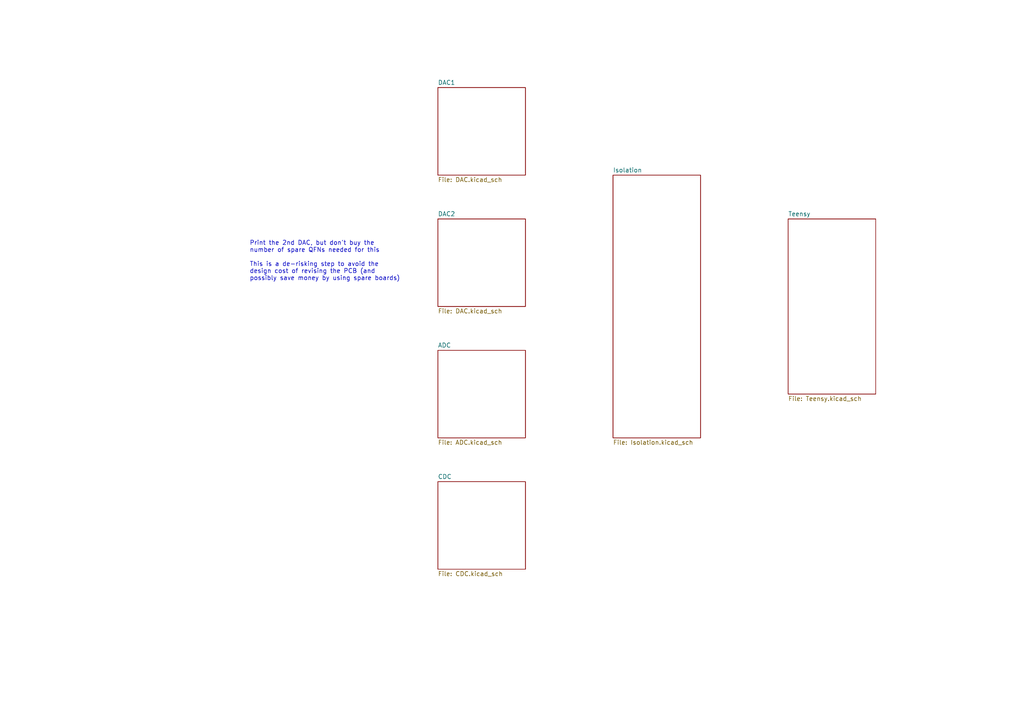
<source format=kicad_sch>
(kicad_sch
	(version 20250114)
	(generator "eeschema")
	(generator_version "9.0")
	(uuid "1316abd4-e40b-4a44-92a6-fdf443c953d6")
	(paper "A4")
	(lib_symbols)
	(text "Print the 2nd DAC, but don't buy the\nnumber of spare QFNs needed for this\n\nThis is a de-risking step to avoid the\ndesign cost of revising the PCB (and\npossibly save money by using spare boards)"
		(exclude_from_sim no)
		(at 72.39 69.85 0)
		(effects
			(font
				(size 1.27 1.27)
			)
			(justify left top)
		)
		(uuid "c0cf37a2-0fef-4a90-baa9-44d93eb943d2")
	)
	(sheet
		(at 127 101.6)
		(size 25.4 25.4)
		(exclude_from_sim no)
		(in_bom yes)
		(on_board yes)
		(dnp no)
		(fields_autoplaced yes)
		(stroke
			(width 0.1524)
			(type solid)
		)
		(fill
			(color 0 0 0 0.0000)
		)
		(uuid "22af18f8-09e3-4d6e-b6b2-aa62b4b18c35")
		(property "Sheetname" "ADC"
			(at 127 100.8884 0)
			(effects
				(font
					(size 1.27 1.27)
				)
				(justify left bottom)
			)
		)
		(property "Sheetfile" "ADC.kicad_sch"
			(at 127 127.5846 0)
			(effects
				(font
					(size 1.27 1.27)
				)
				(justify left top)
			)
		)
		(instances
			(project "MainBoard"
				(path "/600cc1cc-74ca-4bfc-97a0-b230eb3afbcd/dcbaa67c-e094-4d47-92d5-6abf5c7cf167"
					(page "9")
				)
			)
		)
	)
	(sheet
		(at 127 139.7)
		(size 25.4 25.4)
		(exclude_from_sim no)
		(in_bom yes)
		(on_board yes)
		(dnp no)
		(fields_autoplaced yes)
		(stroke
			(width 0.1524)
			(type solid)
		)
		(fill
			(color 0 0 0 0.0000)
		)
		(uuid "2651d60f-e970-4f71-9464-733cf625af93")
		(property "Sheetname" "CDC"
			(at 127 138.9884 0)
			(effects
				(font
					(size 1.27 1.27)
				)
				(justify left bottom)
			)
		)
		(property "Sheetfile" "CDC.kicad_sch"
			(at 127 165.6846 0)
			(effects
				(font
					(size 1.27 1.27)
				)
				(justify left top)
			)
		)
		(instances
			(project "MainBoard"
				(path "/600cc1cc-74ca-4bfc-97a0-b230eb3afbcd/dcbaa67c-e094-4d47-92d5-6abf5c7cf167"
					(page "11")
				)
			)
		)
	)
	(sheet
		(at 177.8 50.8)
		(size 25.4 76.2)
		(exclude_from_sim no)
		(in_bom yes)
		(on_board yes)
		(dnp no)
		(fields_autoplaced yes)
		(stroke
			(width 0.1524)
			(type solid)
		)
		(fill
			(color 0 0 0 0.0000)
		)
		(uuid "8772b78f-5705-499b-830e-0328869da3e5")
		(property "Sheetname" "Isolation"
			(at 177.8 50.0884 0)
			(effects
				(font
					(size 1.27 1.27)
				)
				(justify left bottom)
			)
		)
		(property "Sheetfile" "Isolation.kicad_sch"
			(at 177.8 127.5846 0)
			(effects
				(font
					(size 1.27 1.27)
				)
				(justify left top)
			)
		)
		(instances
			(project "MainBoard"
				(path "/600cc1cc-74ca-4bfc-97a0-b230eb3afbcd/dcbaa67c-e094-4d47-92d5-6abf5c7cf167"
					(page "8")
				)
			)
		)
	)
	(sheet
		(at 127 25.4)
		(size 25.4 25.4)
		(exclude_from_sim no)
		(in_bom yes)
		(on_board yes)
		(dnp no)
		(fields_autoplaced yes)
		(stroke
			(width 0.1524)
			(type solid)
		)
		(fill
			(color 0 0 0 0.0000)
		)
		(uuid "9db17bc5-0a8c-4c2d-8f68-2447b329716c")
		(property "Sheetname" "DAC1"
			(at 127 24.6884 0)
			(effects
				(font
					(size 1.27 1.27)
				)
				(justify left bottom)
			)
		)
		(property "Sheetfile" "DAC.kicad_sch"
			(at 127 51.3846 0)
			(effects
				(font
					(size 1.27 1.27)
				)
				(justify left top)
			)
		)
		(instances
			(project "MainBoard"
				(path "/600cc1cc-74ca-4bfc-97a0-b230eb3afbcd/dcbaa67c-e094-4d47-92d5-6abf5c7cf167"
					(page "10")
				)
			)
		)
	)
	(sheet
		(at 228.6 63.5)
		(size 25.4 50.8)
		(exclude_from_sim no)
		(in_bom yes)
		(on_board yes)
		(dnp no)
		(fields_autoplaced yes)
		(stroke
			(width 0.1524)
			(type solid)
		)
		(fill
			(color 0 0 0 0.0000)
		)
		(uuid "ab121df4-9bf6-4481-9b55-53e129886f9f")
		(property "Sheetname" "Teensy"
			(at 228.6 62.7884 0)
			(effects
				(font
					(size 1.27 1.27)
				)
				(justify left bottom)
			)
		)
		(property "Sheetfile" "Teensy.kicad_sch"
			(at 228.6 114.8846 0)
			(effects
				(font
					(size 1.27 1.27)
				)
				(justify left top)
			)
		)
		(instances
			(project "MainBoard"
				(path "/600cc1cc-74ca-4bfc-97a0-b230eb3afbcd/dcbaa67c-e094-4d47-92d5-6abf5c7cf167"
					(page "7")
				)
			)
		)
	)
	(sheet
		(at 127 63.5)
		(size 25.4 25.4)
		(exclude_from_sim no)
		(in_bom yes)
		(on_board yes)
		(dnp no)
		(fields_autoplaced yes)
		(stroke
			(width 0.1524)
			(type solid)
		)
		(fill
			(color 0 0 0 0.0000)
		)
		(uuid "faa7de86-5940-41fa-b253-e8ebbf9cc652")
		(property "Sheetname" "DAC2"
			(at 127 62.7884 0)
			(effects
				(font
					(size 1.27 1.27)
				)
				(justify left bottom)
			)
		)
		(property "Sheetfile" "DAC.kicad_sch"
			(at 127 89.4846 0)
			(effects
				(font
					(size 1.27 1.27)
				)
				(justify left top)
			)
		)
		(instances
			(project "MainBoard"
				(path "/600cc1cc-74ca-4bfc-97a0-b230eb3afbcd/dcbaa67c-e094-4d47-92d5-6abf5c7cf167"
					(page "12")
				)
			)
		)
	)
)

</source>
